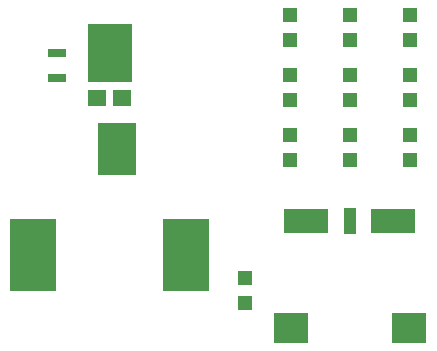
<source format=gtp>
%TF.GenerationSoftware,KiCad,Pcbnew,5.1.6-c6e7f7d~87~ubuntu20.04.1*%
%TF.CreationDate,2020-08-02T14:52:04-04:00*%
%TF.ProjectId,y_arena_valve_controller,795f6172-656e-4615-9f76-616c76655f63,1.2*%
%TF.SameCoordinates,Original*%
%TF.FileFunction,Paste,Top*%
%TF.FilePolarity,Positive*%
%FSLAX46Y46*%
G04 Gerber Fmt 4.6, Leading zero omitted, Abs format (unit mm)*
G04 Created by KiCad (PCBNEW 5.1.6-c6e7f7d~87~ubuntu20.04.1) date 2020-08-02 14:52:04*
%MOMM*%
%LPD*%
G01*
G04 APERTURE LIST*
%ADD10R,3.810000X2.030000*%
%ADD11R,1.020000X2.290000*%
%ADD12R,2.999999X2.500000*%
%ADD13R,3.900000X6.200000*%
%ADD14R,3.300000X4.400000*%
%ADD15R,1.193800X1.193800*%
%ADD16R,1.600200X0.787400*%
%ADD17R,1.600000X1.440000*%
%ADD18R,3.800000X4.960000*%
G04 APERTURE END LIST*
D10*
%TO.C,SW1*%
X84580000Y-120470000D03*
X91950000Y-120470000D03*
D11*
X88265000Y-120470000D03*
D12*
X93265000Y-129540000D03*
X83265000Y-129540000D03*
%TD*%
D13*
%TO.C,P1*%
X74395000Y-123375000D03*
X61495000Y-123375000D03*
D14*
X68595000Y-114425000D03*
%TD*%
D15*
%TO.C,L2*%
X83185000Y-113245900D03*
X83185000Y-115354100D03*
%TD*%
%TO.C,L3*%
X83185000Y-108165900D03*
X83185000Y-110274100D03*
%TD*%
%TO.C,L4*%
X83185000Y-103085900D03*
X83185000Y-105194100D03*
%TD*%
%TO.C,L5*%
X88265000Y-113245900D03*
X88265000Y-115354100D03*
%TD*%
%TO.C,L6*%
X88265000Y-108165900D03*
X88265000Y-110274100D03*
%TD*%
%TO.C,L7*%
X88265000Y-103085900D03*
X88265000Y-105194100D03*
%TD*%
%TO.C,L8*%
X93345000Y-113245900D03*
X93345000Y-115354100D03*
%TD*%
%TO.C,L9*%
X93345000Y-108165900D03*
X93345000Y-110274100D03*
%TD*%
%TO.C,L10*%
X93345000Y-103085900D03*
X93345000Y-105194100D03*
%TD*%
%TO.C,L1*%
X79375000Y-125310900D03*
X79375000Y-127419100D03*
%TD*%
D16*
%TO.C,C1*%
X63500000Y-108356400D03*
X63500000Y-106273600D03*
%TD*%
D17*
%TO.C,D1*%
X66880000Y-110095000D03*
X69010000Y-110095000D03*
D18*
X67945000Y-106295000D03*
%TD*%
M02*

</source>
